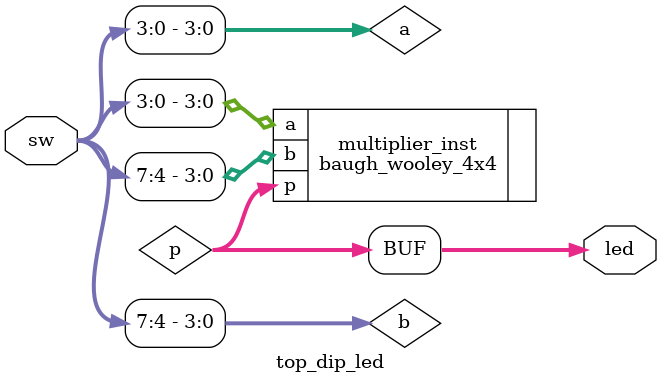
<source format=v>
`timescale 1ns / 1ps


module top_dip_led (
    input  [7:0] sw,      // 8 DIP switches: sw[3:0]=a, sw[7:4]=b
    output [7:0] led      // 8 LEDs for product output
);

    // Extract inputs from switches
    wire [3:0] a = sw[3:0];  // Lower 4 switches for multiplicand
    wire [3:0] b = sw[7:4];  // Upper 4 switches for multiplier
    
    // Product output
    wire [7:0] p;
    
    // Instantiate the Baugh-Wooley multiplier
    baugh_wooley_4x4 multiplier_inst (
        .a(a),
        .b(b),
        .p(p)
    );
    
    // Connect product to LEDs
    assign led = p;

endmodule

</source>
